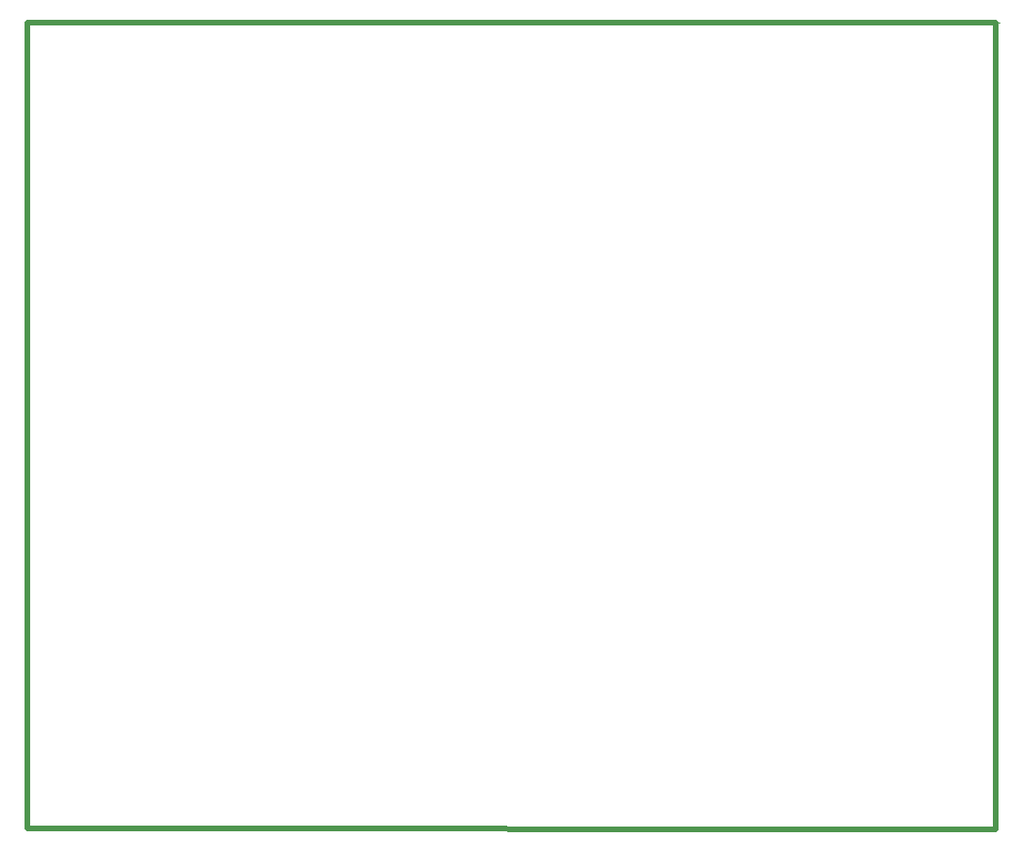
<source format=gm1>
G04 #@! TF.GenerationSoftware,KiCad,Pcbnew,(5.1.5)-3*
G04 #@! TF.CreationDate,2020-06-25T00:50:39+02:00*
G04 #@! TF.ProjectId,Distr_PCB,44697374-725f-4504-9342-2e6b69636164,rev?*
G04 #@! TF.SameCoordinates,Original*
G04 #@! TF.FileFunction,Profile,NP*
%FSLAX46Y46*%
G04 Gerber Fmt 4.6, Leading zero omitted, Abs format (unit mm)*
G04 Created by KiCad (PCBNEW (5.1.5)-3) date 2020-06-25 00:50:39*
%MOMM*%
%LPD*%
G04 APERTURE LIST*
%ADD10C,0.050000*%
%ADD11C,0.500000*%
G04 APERTURE END LIST*
D10*
X205795000Y-51580000D02*
X205945000Y-51580000D01*
D11*
X118670000Y-51560000D02*
X205660000Y-51570000D01*
X118670000Y-123970000D02*
X118670000Y-51560000D01*
X205630000Y-123980000D02*
X118670000Y-123970000D01*
X205660000Y-51570000D02*
X205630000Y-123980000D01*
M02*

</source>
